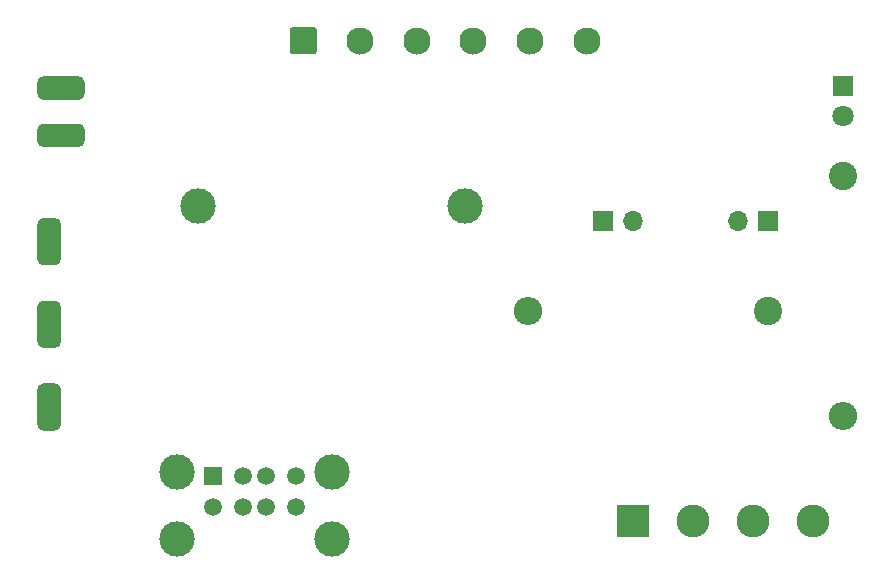
<source format=gbr>
%TF.GenerationSoftware,KiCad,Pcbnew,5.1.9-5.1.9*%
%TF.CreationDate,2021-05-28T23:48:04+02:00*%
%TF.ProjectId,zdroj,7a64726f-6a2e-46b6-9963-61645f706362,rev?*%
%TF.SameCoordinates,Original*%
%TF.FileFunction,Soldermask,Bot*%
%TF.FilePolarity,Negative*%
%FSLAX46Y46*%
G04 Gerber Fmt 4.6, Leading zero omitted, Abs format (unit mm)*
G04 Created by KiCad (PCBNEW 5.1.9-5.1.9) date 2021-05-28 23:48:04*
%MOMM*%
%LPD*%
G01*
G04 APERTURE LIST*
%ADD10O,2.400000X2.400000*%
%ADD11C,2.400000*%
%ADD12C,1.800000*%
%ADD13R,1.800000X1.800000*%
%ADD14C,2.300000*%
%ADD15C,2.780000*%
%ADD16R,2.780000X2.780000*%
%ADD17C,3.000000*%
%ADD18R,1.500000X1.500000*%
%ADD19C,1.500000*%
%ADD20R,1.700000X1.700000*%
%ADD21O,1.700000X1.700000*%
G04 APERTURE END LIST*
D10*
%TO.C,R2*%
X172720000Y-73660000D03*
D11*
X172720000Y-53340000D03*
%TD*%
D12*
%TO.C,D1*%
X172720000Y-48260000D03*
D13*
X172720000Y-45720000D03*
%TD*%
D10*
%TO.C,R1*%
X146050000Y-64770000D03*
D11*
X166370000Y-64770000D03*
%TD*%
D14*
%TO.C,J4*%
X151000000Y-41910000D03*
X146200000Y-41910000D03*
X141400000Y-41910000D03*
X136600000Y-41910000D03*
X131800000Y-41910000D03*
G36*
G01*
X125850000Y-42809300D02*
X125850000Y-41010700D01*
G75*
G02*
X126100700Y-40760000I250700J0D01*
G01*
X127899300Y-40760000D01*
G75*
G02*
X128150000Y-41010700I0J-250700D01*
G01*
X128150000Y-42809300D01*
G75*
G02*
X127899300Y-43060000I-250700J0D01*
G01*
X126100700Y-43060000D01*
G75*
G02*
X125850000Y-42809300I0J250700D01*
G01*
G37*
%TD*%
D15*
%TO.C,J2*%
X170180000Y-82550000D03*
X165100000Y-82550000D03*
X160020000Y-82550000D03*
D16*
X154940000Y-82550000D03*
%TD*%
%TO.C,U1*%
G36*
G01*
X104990000Y-44920000D02*
X107990000Y-44920000D01*
G75*
G02*
X108490000Y-45420000I0J-500000D01*
G01*
X108490000Y-46420000D01*
G75*
G02*
X107990000Y-46920000I-500000J0D01*
G01*
X104990000Y-46920000D01*
G75*
G02*
X104490000Y-46420000I0J500000D01*
G01*
X104490000Y-45420000D01*
G75*
G02*
X104990000Y-44920000I500000J0D01*
G01*
G37*
G36*
G01*
X104990000Y-48920000D02*
X107990000Y-48920000D01*
G75*
G02*
X108490000Y-49420000I0J-500000D01*
G01*
X108490000Y-50420000D01*
G75*
G02*
X107990000Y-50920000I-500000J0D01*
G01*
X104990000Y-50920000D01*
G75*
G02*
X104490000Y-50420000I0J500000D01*
G01*
X104490000Y-49420000D01*
G75*
G02*
X104990000Y-48920000I500000J0D01*
G01*
G37*
G36*
G01*
X104990000Y-56920000D02*
X105990000Y-56920000D01*
G75*
G02*
X106490000Y-57420000I0J-500000D01*
G01*
X106490000Y-60420000D01*
G75*
G02*
X105990000Y-60920000I-500000J0D01*
G01*
X104990000Y-60920000D01*
G75*
G02*
X104490000Y-60420000I0J500000D01*
G01*
X104490000Y-57420000D01*
G75*
G02*
X104990000Y-56920000I500000J0D01*
G01*
G37*
G36*
G01*
X104990000Y-63920000D02*
X105990000Y-63920000D01*
G75*
G02*
X106490000Y-64420000I0J-500000D01*
G01*
X106490000Y-67420000D01*
G75*
G02*
X105990000Y-67920000I-500000J0D01*
G01*
X104990000Y-67920000D01*
G75*
G02*
X104490000Y-67420000I0J500000D01*
G01*
X104490000Y-64420000D01*
G75*
G02*
X104990000Y-63920000I500000J0D01*
G01*
G37*
G36*
G01*
X104990000Y-70920000D02*
X105990000Y-70920000D01*
G75*
G02*
X106490000Y-71420000I0J-500000D01*
G01*
X106490000Y-74420000D01*
G75*
G02*
X105990000Y-74920000I-500000J0D01*
G01*
X104990000Y-74920000D01*
G75*
G02*
X104490000Y-74420000I0J500000D01*
G01*
X104490000Y-71420000D01*
G75*
G02*
X104990000Y-70920000I500000J0D01*
G01*
G37*
%TD*%
D17*
%TO.C,J3*%
X129450000Y-78390000D03*
X116310000Y-78390000D03*
D18*
X119380000Y-78740000D03*
D19*
X121880000Y-78740000D03*
X123880000Y-78740000D03*
X126380000Y-78740000D03*
D17*
X116310000Y-84070000D03*
X129450000Y-84070000D03*
D19*
X119380000Y-81360000D03*
X121880000Y-81360000D03*
X123880000Y-81360000D03*
X126380000Y-81360000D03*
%TD*%
D17*
%TO.C,F1*%
X140710000Y-55880000D03*
X118110000Y-55880000D03*
%TD*%
D20*
%TO.C,J1*%
X166370000Y-57150000D03*
D21*
X163830000Y-57150000D03*
%TD*%
%TO.C,J5*%
X154940000Y-57150000D03*
D20*
X152400000Y-57150000D03*
%TD*%
M02*

</source>
